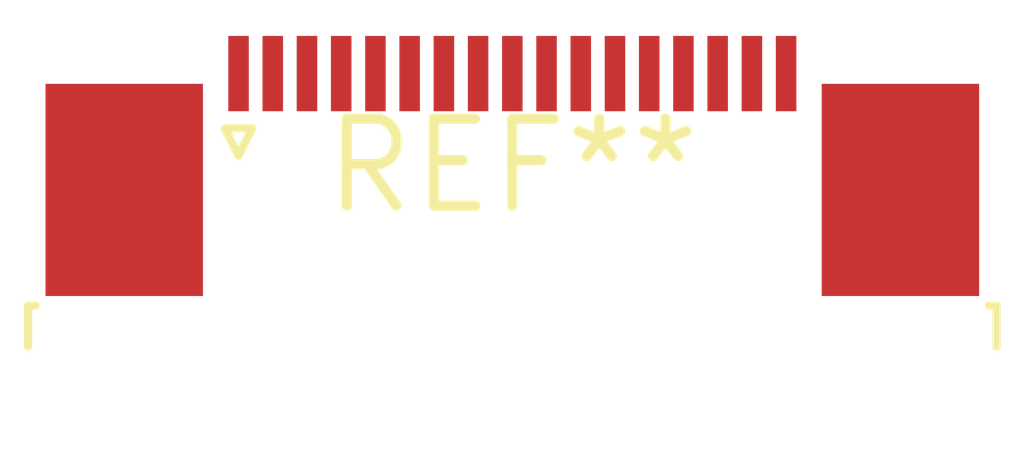
<source format=kicad_pcb>
(kicad_pcb (version 20240108) (generator pcbnew)
  (layers (0 "F.Cu" signal) (31 "B.Cu" signal) (34 "B.Paste" user) (35 "F.Paste" user) (36 "B.SilkS" user "B.Silkscreen") (37 "F.SilkS" user "F.Silkscreen") (38 "B.Mask" user) (39 "F.Mask" user) (44 "Edge.Cuts" user))
  (net 0 "")
  (footprint "TE_1-1734839-7_1x17-1MP_P0.5mm_Horizontal" (layer "F.Cu") (at 0 0)
    (property "Reference" "REF**")
    (property "Value" "PCB Edge")
    (fp_line (start -7.075 2.04) (end -7.075 2.64) (layer "F.SilkS") (stroke (width 0.12)))
    (fp_line (start -6.965 2.04) (end -7.075 2.04) (layer "F.SilkS") (stroke (width 0.12)))
    (fp_line (start -4.2 -0.55) (end -4 -0.15) (layer "F.SilkS") (stroke (width 0.12)))
    (fp_line (start -4 -0.15) (end -3.8 -0.55) (layer "F.SilkS") (stroke (width 0.12)))
    (fp_line (start -3.8 -0.55) (end -4.2 -0.55) (layer "F.SilkS") (stroke (width 0.12)))
    (fp_line (start 6.965 2.04) (end 7.075 2.04) (layer "F.SilkS") (stroke (width 0.12)))
    (fp_line (start 7.075 2.04) (end 7.075 2.64) (layer "F.SilkS") (stroke (width 0.12)))
    (pad "1" smd rect (at -4 -1.35) (size 0.3 1.1) (layers "F.Cu" "F.Paste" "F.Mask"))
    (pad "2" smd rect (at -3.5 -1.35) (size 0.3 1.1) (layers "F.Cu" "F.Paste" "F.Mask"))
    (pad "3" smd rect (at -3 -1.35) (size 0.3 1.1) (layers "F.Cu" "F.Paste" "F.Mask"))
    (pad "4" smd rect (at -2.5 -1.35) (size 0.3 1.1) (layers "F.Cu" "F.Paste" "F.Mask"))
    (pad "5" smd rect (at -2 -1.35) (size 0.3 1.1) (layers "F.Cu" "F.Paste" "F.Mask"))
    (pad "6" smd rect (at -1.5 -1.35) (size 0.3 1.1) (layers "F.Cu" "F.Paste" "F.Mask"))
    (pad "7" smd rect (at -1 -1.35) (size 0.3 1.1) (layers "F.Cu" "F.Paste" "F.Mask"))
    (pad "8" smd rect (at -0.5 -1.35) (size 0.3 1.1) (layers "F.Cu" "F.Paste" "F.Mask"))
    (pad "9" smd rect (at 0 -1.35) (size 0.3 1.1) (layers "F.Cu" "F.Paste" "F.Mask"))
    (pad "10" smd rect (at 0.5 -1.35) (size 0.3 1.1) (layers "F.Cu" "F.Paste" "F.Mask"))
    (pad "11" smd rect (at 1 -1.35) (size 0.3 1.1) (layers "F.Cu" "F.Paste" "F.Mask"))
    (pad "12" smd rect (at 1.5 -1.35) (size 0.3 1.1) (layers "F.Cu" "F.Paste" "F.Mask"))
    (pad "13" smd rect (at 2 -1.35) (size 0.3 1.1) (layers "F.Cu" "F.Paste" "F.Mask"))
    (pad "14" smd rect (at 2.5 -1.35) (size 0.3 1.1) (layers "F.Cu" "F.Paste" "F.Mask"))
    (pad "15" smd rect (at 3 -1.35) (size 0.3 1.1) (layers "F.Cu" "F.Paste" "F.Mask"))
    (pad "16" smd rect (at 3.5 -1.35) (size 0.3 1.1) (layers "F.Cu" "F.Paste" "F.Mask"))
    (pad "17" smd rect (at 4 -1.35) (size 0.3 1.1) (layers "F.Cu" "F.Paste" "F.Mask"))
    (pad "MP" smd rect (at -5.67 0.35) (size 2.3 3.1) (layers "F.Cu" "F.Paste" "F.Mask"))
    (pad "MP" smd rect (at 5.67 0.35) (size 2.3 3.1) (layers "F.Cu" "F.Paste" "F.Mask"))
  )
)
</source>
